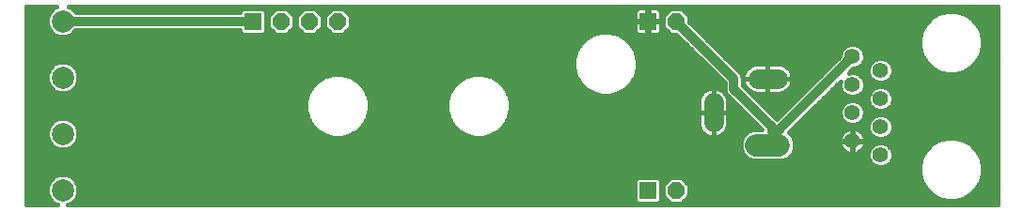
<source format=gtl>
G75*
%MOIN*%
%OFA0B0*%
%FSLAX24Y24*%
%IPPOS*%
%LPD*%
%AMOC8*
5,1,8,0,0,1.08239X$1,22.5*
%
%ADD10R,0.0600X0.0600*%
%ADD11OC8,0.0600*%
%ADD12C,0.0554*%
%ADD13C,0.0700*%
%ADD14C,0.0800*%
%ADD15C,0.0787*%
%ADD16C,0.0320*%
%ADD17C,0.0160*%
D10*
X008680Y007180D03*
X022680Y007180D03*
X022680Y001180D03*
D11*
X023680Y001180D03*
X023680Y007180D03*
X011680Y007180D03*
X010680Y007180D03*
X009680Y007180D03*
D12*
X029930Y005930D03*
X030930Y005430D03*
X029930Y004930D03*
X030930Y004430D03*
X029930Y003930D03*
X030930Y003430D03*
X029930Y002930D03*
X030930Y002430D03*
D13*
X025001Y003598D02*
X025001Y004298D01*
X026580Y005149D02*
X027280Y005149D01*
D14*
X027330Y002786D02*
X026530Y002786D01*
D15*
X001940Y003188D03*
X001940Y001188D03*
X001940Y005188D03*
X001940Y007188D03*
D16*
X001980Y007180D01*
X008680Y007180D01*
X023680Y007180D02*
X025730Y005130D01*
X025730Y004780D01*
X027080Y003430D01*
X027080Y003280D01*
X027180Y003180D01*
X029930Y005930D01*
X027180Y003180D02*
X026930Y002930D01*
X026930Y002830D01*
X026930Y002786D01*
D17*
X001749Y000668D02*
X000660Y000668D01*
X000660Y007700D01*
X001728Y007700D01*
X001626Y007658D01*
X001470Y007502D01*
X001386Y007298D01*
X001386Y007078D01*
X001470Y006875D01*
X001626Y006719D01*
X001830Y006635D01*
X002050Y006635D01*
X002253Y006719D01*
X002395Y006860D01*
X008220Y006860D01*
X008220Y006814D01*
X008314Y006720D01*
X009046Y006720D01*
X009140Y006814D01*
X009140Y007546D01*
X009046Y007640D01*
X008314Y007640D01*
X008220Y007546D01*
X008220Y007500D01*
X002410Y007500D01*
X002409Y007502D01*
X002253Y007658D01*
X002151Y007700D01*
X035070Y007700D01*
X035070Y000668D01*
X002130Y000668D01*
X002253Y000719D01*
X002409Y000875D01*
X002494Y001078D01*
X002494Y001298D01*
X002409Y001502D01*
X002253Y001658D01*
X002050Y001742D01*
X001830Y001742D01*
X001626Y001658D01*
X001470Y001502D01*
X001386Y001298D01*
X001386Y001078D01*
X001470Y000875D01*
X001626Y000719D01*
X001749Y000668D01*
X001531Y000814D02*
X000660Y000814D01*
X000660Y000973D02*
X001430Y000973D01*
X001386Y001131D02*
X000660Y001131D01*
X000660Y001290D02*
X001386Y001290D01*
X001448Y001448D02*
X000660Y001448D01*
X000660Y001607D02*
X001575Y001607D01*
X002305Y001607D02*
X022280Y001607D01*
X022314Y001640D02*
X022220Y001546D01*
X022220Y000814D01*
X002349Y000814D01*
X002450Y000973D02*
X022220Y000973D01*
X022220Y001131D02*
X002494Y001131D01*
X002494Y001290D02*
X022220Y001290D01*
X022220Y001448D02*
X002432Y001448D01*
X000660Y001765D02*
X032315Y001765D01*
X032310Y001783D02*
X032386Y001498D01*
X032534Y001242D01*
X032742Y001034D01*
X032998Y000886D01*
X033283Y000810D01*
X033577Y000810D01*
X033862Y000886D01*
X034118Y001034D01*
X034326Y001242D01*
X034474Y001498D01*
X034550Y001783D01*
X034550Y002077D01*
X034474Y002362D01*
X034326Y002618D01*
X034118Y002826D01*
X033862Y002974D01*
X033577Y003050D01*
X033283Y003050D01*
X032998Y002974D01*
X032742Y002826D01*
X032534Y002618D01*
X032386Y002362D01*
X032310Y002077D01*
X032310Y001783D01*
X032310Y001924D02*
X000660Y001924D01*
X000660Y002082D02*
X030660Y002082D01*
X030682Y002059D02*
X030843Y001993D01*
X031017Y001993D01*
X031178Y002059D01*
X031301Y002182D01*
X031367Y002343D01*
X031367Y002517D01*
X031301Y002678D01*
X031178Y002801D01*
X031017Y002867D01*
X030843Y002867D01*
X030682Y002801D01*
X030559Y002678D01*
X030493Y002517D01*
X030493Y002343D01*
X030559Y002182D01*
X030682Y002059D01*
X030535Y002241D02*
X027476Y002241D01*
X027441Y002226D02*
X027647Y002312D01*
X027805Y002469D01*
X027890Y002675D01*
X027890Y002898D01*
X027805Y003104D01*
X027680Y003228D01*
X029509Y005057D01*
X029493Y005017D01*
X029493Y004843D01*
X029559Y004682D01*
X029682Y004559D01*
X029843Y004493D01*
X030017Y004493D01*
X030178Y004559D01*
X030301Y004682D01*
X030367Y004843D01*
X030367Y005017D01*
X030301Y005178D01*
X030178Y005301D01*
X030017Y005367D01*
X029843Y005367D01*
X029803Y005351D01*
X029945Y005493D01*
X030017Y005493D01*
X030178Y005559D01*
X030301Y005682D01*
X030367Y005843D01*
X030367Y006017D01*
X030301Y006178D01*
X030178Y006301D01*
X030017Y006367D01*
X029843Y006367D01*
X029682Y006301D01*
X029559Y006178D01*
X029493Y006017D01*
X029493Y005945D01*
X027255Y003708D01*
X026050Y004913D01*
X026050Y005194D01*
X026001Y005311D01*
X025911Y005401D01*
X024140Y007173D01*
X024140Y007371D01*
X023871Y007640D01*
X023489Y007640D01*
X023220Y007371D01*
X023220Y006989D01*
X023489Y006720D01*
X023687Y006720D01*
X025410Y004997D01*
X025410Y004716D01*
X025459Y004599D01*
X026711Y003346D01*
X026419Y003346D01*
X026213Y003261D01*
X026055Y003104D01*
X025970Y002898D01*
X025970Y002675D01*
X026055Y002469D01*
X026213Y002312D01*
X026419Y002226D01*
X027441Y002226D01*
X027735Y002399D02*
X030493Y002399D01*
X030510Y002558D02*
X030195Y002558D01*
X030170Y002539D02*
X030228Y002581D01*
X030279Y002632D01*
X030321Y002690D01*
X030354Y002755D01*
X030376Y002823D01*
X030387Y002894D01*
X030387Y002921D01*
X029939Y002921D01*
X029939Y002939D01*
X029921Y002939D01*
X029921Y003387D01*
X029894Y003387D01*
X029823Y003376D01*
X029755Y003354D01*
X029690Y003321D01*
X029632Y003279D01*
X029581Y003228D01*
X029539Y003170D01*
X029506Y003105D01*
X029484Y003037D01*
X029473Y002966D01*
X029473Y002939D01*
X029921Y002939D01*
X029921Y002921D01*
X029473Y002921D01*
X029473Y002894D01*
X029484Y002823D01*
X029506Y002755D01*
X029539Y002690D01*
X029581Y002632D01*
X029632Y002581D01*
X029690Y002539D01*
X029755Y002506D01*
X029823Y002484D01*
X029894Y002473D01*
X029921Y002473D01*
X029921Y002921D01*
X029939Y002921D01*
X029939Y002473D01*
X029966Y002473D01*
X030037Y002484D01*
X030105Y002506D01*
X030170Y002539D01*
X029939Y002558D02*
X029921Y002558D01*
X029921Y002716D02*
X029939Y002716D01*
X029939Y002875D02*
X029921Y002875D01*
X029939Y002939D02*
X030387Y002939D01*
X030387Y002966D01*
X030376Y003037D01*
X030354Y003105D01*
X030321Y003170D01*
X030279Y003228D01*
X030228Y003279D01*
X030170Y003321D01*
X030105Y003354D01*
X030037Y003376D01*
X029966Y003387D01*
X029939Y003387D01*
X029939Y002939D01*
X029939Y003033D02*
X029921Y003033D01*
X029921Y003192D02*
X029939Y003192D01*
X029939Y003350D02*
X029921Y003350D01*
X029843Y003493D02*
X029682Y003559D01*
X029559Y003682D01*
X029493Y003843D01*
X029493Y004017D01*
X029559Y004178D01*
X029682Y004301D01*
X029843Y004367D01*
X030017Y004367D01*
X030178Y004301D01*
X030301Y004178D01*
X030367Y004017D01*
X030367Y003843D01*
X030301Y003682D01*
X030178Y003559D01*
X030017Y003493D01*
X029843Y003493D01*
X029805Y003509D02*
X027961Y003509D01*
X028120Y003667D02*
X029575Y003667D01*
X029500Y003826D02*
X028278Y003826D01*
X028437Y003984D02*
X029493Y003984D01*
X029545Y004143D02*
X028595Y004143D01*
X028754Y004301D02*
X029683Y004301D01*
X029624Y004618D02*
X029071Y004618D01*
X029229Y004777D02*
X029520Y004777D01*
X029493Y004935D02*
X029388Y004935D01*
X028799Y005252D02*
X027800Y005252D01*
X027797Y005273D02*
X027771Y005352D01*
X027733Y005426D01*
X027684Y005494D01*
X027625Y005553D01*
X027558Y005602D01*
X027483Y005640D01*
X027404Y005665D01*
X027322Y005679D01*
X026930Y005679D01*
X026538Y005679D01*
X026456Y005665D01*
X026377Y005640D01*
X026302Y005602D01*
X026235Y005553D01*
X026176Y005494D01*
X026127Y005426D01*
X026089Y005352D01*
X026063Y005273D01*
X026050Y005190D01*
X026050Y005149D01*
X026930Y005149D01*
X026930Y005679D01*
X026930Y005149D01*
X026930Y005149D01*
X027810Y005149D01*
X027810Y005190D01*
X027797Y005273D01*
X027810Y005148D02*
X026930Y005148D01*
X026930Y004619D01*
X027322Y004619D01*
X027404Y004632D01*
X027483Y004657D01*
X027558Y004695D01*
X027625Y004744D01*
X027684Y004803D01*
X027733Y004871D01*
X027771Y004945D01*
X027797Y005024D01*
X027810Y005107D01*
X027810Y005148D01*
X027808Y005094D02*
X028641Y005094D01*
X028482Y004935D02*
X027766Y004935D01*
X027658Y004777D02*
X028324Y004777D01*
X028165Y004618D02*
X026345Y004618D01*
X026377Y004657D02*
X026456Y004632D01*
X026538Y004619D01*
X026930Y004619D01*
X026930Y005148D01*
X026930Y005148D01*
X026930Y005149D01*
X026930Y005148D01*
X026050Y005148D01*
X026050Y005107D01*
X026063Y005024D01*
X026089Y004945D01*
X026127Y004871D01*
X026176Y004803D01*
X026235Y004744D01*
X026302Y004695D01*
X026377Y004657D01*
X026202Y004777D02*
X026186Y004777D01*
X026094Y004935D02*
X026050Y004935D01*
X026050Y005094D02*
X026052Y005094D01*
X026060Y005252D02*
X026026Y005252D01*
X026119Y005411D02*
X025902Y005411D01*
X025744Y005569D02*
X026257Y005569D01*
X026930Y005569D02*
X026930Y005569D01*
X026930Y005411D02*
X026930Y005411D01*
X026930Y005252D02*
X026930Y005252D01*
X026930Y005094D02*
X026930Y005094D01*
X026930Y004935D02*
X026930Y004935D01*
X026930Y004777D02*
X026930Y004777D01*
X026503Y004460D02*
X028007Y004460D01*
X027848Y004301D02*
X026662Y004301D01*
X026820Y004143D02*
X027690Y004143D01*
X027531Y003984D02*
X026979Y003984D01*
X027137Y003826D02*
X027373Y003826D01*
X026549Y003509D02*
X025523Y003509D01*
X025518Y003474D02*
X025531Y003556D01*
X025531Y003948D01*
X025531Y004339D01*
X025518Y004422D01*
X025492Y004501D01*
X025454Y004575D01*
X025405Y004643D01*
X025346Y004702D01*
X025279Y004751D01*
X025204Y004789D01*
X025125Y004815D01*
X025043Y004828D01*
X025001Y004828D01*
X025001Y003948D01*
X025001Y003948D01*
X025531Y003948D01*
X025001Y003948D01*
X025001Y003948D01*
X025001Y004828D01*
X024959Y004828D01*
X024877Y004815D01*
X024797Y004789D01*
X024723Y004751D01*
X024656Y004702D01*
X024597Y004643D01*
X024548Y004575D01*
X024510Y004501D01*
X024484Y004422D01*
X024471Y004339D01*
X024471Y003948D01*
X025001Y003948D01*
X025001Y003948D01*
X025001Y003068D01*
X025043Y003068D01*
X025125Y003081D01*
X025204Y003107D01*
X025279Y003144D01*
X025346Y003193D01*
X025405Y003252D01*
X025454Y003320D01*
X025492Y003394D01*
X025518Y003474D01*
X025469Y003350D02*
X026707Y003350D01*
X026390Y003667D02*
X025531Y003667D01*
X025531Y003826D02*
X026232Y003826D01*
X026073Y003984D02*
X025531Y003984D01*
X025531Y004143D02*
X025915Y004143D01*
X025756Y004301D02*
X025531Y004301D01*
X025506Y004460D02*
X025598Y004460D01*
X025451Y004618D02*
X025423Y004618D01*
X025410Y004777D02*
X025229Y004777D01*
X025001Y004777D02*
X025001Y004777D01*
X025001Y004618D02*
X025001Y004618D01*
X025001Y004460D02*
X025001Y004460D01*
X025001Y004301D02*
X025001Y004301D01*
X025001Y004143D02*
X025001Y004143D01*
X025001Y003984D02*
X025001Y003984D01*
X025001Y003948D02*
X024471Y003948D01*
X024471Y003556D01*
X024484Y003474D01*
X024510Y003394D01*
X024548Y003320D01*
X024597Y003252D01*
X024656Y003193D01*
X024723Y003144D01*
X024797Y003107D01*
X024877Y003081D01*
X024959Y003068D01*
X025001Y003068D01*
X025001Y003948D01*
X025001Y003948D01*
X025001Y003826D02*
X025001Y003826D01*
X025001Y003667D02*
X025001Y003667D01*
X025001Y003509D02*
X025001Y003509D01*
X025001Y003350D02*
X025001Y003350D01*
X025001Y003192D02*
X025001Y003192D01*
X025343Y003192D02*
X026143Y003192D01*
X026026Y003033D02*
X002475Y003033D01*
X002494Y003078D02*
X002409Y002875D01*
X002253Y002719D01*
X002050Y002635D01*
X001830Y002635D01*
X001626Y002719D01*
X001470Y002875D01*
X001386Y003078D01*
X001386Y003298D01*
X001470Y003502D01*
X001626Y003658D01*
X001830Y003742D01*
X002050Y003742D01*
X002253Y003658D01*
X002409Y003502D01*
X002494Y003298D01*
X002494Y003078D01*
X002494Y003192D02*
X011132Y003192D01*
X011244Y003127D02*
X011531Y003050D01*
X011829Y003050D01*
X012116Y003127D01*
X012374Y003276D01*
X012584Y003486D01*
X012733Y003744D01*
X012810Y004031D01*
X012810Y004329D01*
X012733Y004616D01*
X012584Y004874D01*
X012374Y005084D01*
X012116Y005233D01*
X011829Y005310D01*
X011531Y005310D01*
X011244Y005233D01*
X010986Y005084D01*
X010776Y004874D01*
X010627Y004616D01*
X010550Y004329D01*
X010550Y004031D01*
X010627Y003744D01*
X010776Y003486D01*
X010986Y003276D01*
X011244Y003127D01*
X010912Y003350D02*
X002472Y003350D01*
X002403Y003509D02*
X010763Y003509D01*
X010671Y003667D02*
X002231Y003667D01*
X001649Y003667D02*
X000660Y003667D01*
X000660Y003509D02*
X001477Y003509D01*
X001407Y003350D02*
X000660Y003350D01*
X000660Y003192D02*
X001386Y003192D01*
X001405Y003033D02*
X000660Y003033D01*
X000660Y002875D02*
X001471Y002875D01*
X001633Y002716D02*
X000660Y002716D01*
X000660Y002558D02*
X026019Y002558D01*
X025970Y002716D02*
X002246Y002716D01*
X002409Y002875D02*
X025970Y002875D01*
X026125Y002399D02*
X000660Y002399D01*
X000660Y002241D02*
X026384Y002241D01*
X027841Y002558D02*
X029665Y002558D01*
X029526Y002716D02*
X027890Y002716D01*
X027890Y002875D02*
X029476Y002875D01*
X029483Y003033D02*
X027834Y003033D01*
X027717Y003192D02*
X029555Y003192D01*
X029747Y003350D02*
X027803Y003350D01*
X030055Y003509D02*
X030493Y003509D01*
X030493Y003517D02*
X030493Y003343D01*
X030559Y003182D01*
X030682Y003059D01*
X030843Y002993D01*
X031017Y002993D01*
X031178Y003059D01*
X031301Y003182D01*
X031367Y003343D01*
X031367Y003517D01*
X031301Y003678D01*
X031178Y003801D01*
X031017Y003867D01*
X030843Y003867D01*
X030682Y003801D01*
X030559Y003678D01*
X030493Y003517D01*
X030555Y003667D02*
X030285Y003667D01*
X030360Y003826D02*
X030742Y003826D01*
X030843Y003993D02*
X031017Y003993D01*
X031178Y004059D01*
X031301Y004182D01*
X031367Y004343D01*
X031367Y004517D01*
X031301Y004678D01*
X031178Y004801D01*
X031017Y004867D01*
X030843Y004867D01*
X030682Y004801D01*
X030559Y004678D01*
X030493Y004517D01*
X030493Y004343D01*
X030559Y004182D01*
X030682Y004059D01*
X030843Y003993D01*
X030599Y004143D02*
X030315Y004143D01*
X030367Y003984D02*
X035070Y003984D01*
X035070Y003826D02*
X031118Y003826D01*
X031305Y003667D02*
X035070Y003667D01*
X035070Y003509D02*
X031367Y003509D01*
X031367Y003350D02*
X035070Y003350D01*
X035070Y003192D02*
X031304Y003192D01*
X031114Y003033D02*
X033219Y003033D01*
X033641Y003033D02*
X035070Y003033D01*
X035070Y002875D02*
X034034Y002875D01*
X034228Y002716D02*
X035070Y002716D01*
X035070Y002558D02*
X034361Y002558D01*
X034452Y002399D02*
X035070Y002399D01*
X035070Y002241D02*
X034506Y002241D01*
X034549Y002082D02*
X035070Y002082D01*
X035070Y001924D02*
X034550Y001924D01*
X034545Y001765D02*
X035070Y001765D01*
X035070Y001607D02*
X034503Y001607D01*
X034445Y001448D02*
X035070Y001448D01*
X035070Y001290D02*
X034353Y001290D01*
X034215Y001131D02*
X035070Y001131D01*
X035070Y000973D02*
X034012Y000973D01*
X033592Y000814D02*
X035070Y000814D01*
X033268Y000814D02*
X023965Y000814D01*
X023871Y000720D02*
X023489Y000720D01*
X023220Y000989D01*
X023220Y001371D01*
X023489Y001640D01*
X023871Y001640D01*
X024140Y001371D01*
X024140Y000989D01*
X023871Y000720D01*
X023395Y000814D02*
X023140Y000814D01*
X023140Y001546D01*
X023046Y001640D01*
X022314Y001640D01*
X023080Y001607D02*
X023456Y001607D01*
X023297Y001448D02*
X023140Y001448D01*
X023140Y001290D02*
X023220Y001290D01*
X023220Y001131D02*
X023140Y001131D01*
X023140Y000973D02*
X023237Y000973D01*
X023140Y000814D02*
X023046Y000720D01*
X022314Y000720D01*
X022220Y000814D01*
X023904Y001607D02*
X032357Y001607D01*
X032415Y001448D02*
X024063Y001448D01*
X024140Y001290D02*
X032507Y001290D01*
X032645Y001131D02*
X024140Y001131D01*
X024123Y000973D02*
X032848Y000973D01*
X032311Y002082D02*
X031200Y002082D01*
X031325Y002241D02*
X032354Y002241D01*
X032408Y002399D02*
X031367Y002399D01*
X031350Y002558D02*
X032499Y002558D01*
X032632Y002716D02*
X031262Y002716D01*
X030746Y003033D02*
X030377Y003033D01*
X030384Y002875D02*
X032826Y002875D01*
X030598Y002716D02*
X030334Y002716D01*
X030305Y003192D02*
X030556Y003192D01*
X030493Y003350D02*
X030113Y003350D01*
X031261Y004143D02*
X035070Y004143D01*
X035070Y004301D02*
X031350Y004301D01*
X031367Y004460D02*
X035070Y004460D01*
X035070Y004618D02*
X031325Y004618D01*
X031202Y004777D02*
X035070Y004777D01*
X035070Y004935D02*
X030367Y004935D01*
X030340Y004777D02*
X030658Y004777D01*
X030535Y004618D02*
X030236Y004618D01*
X030493Y004460D02*
X028912Y004460D01*
X030177Y004301D02*
X030510Y004301D01*
X030843Y004993D02*
X030682Y005059D01*
X030559Y005182D01*
X030493Y005343D01*
X030493Y005517D01*
X030559Y005678D01*
X030682Y005801D01*
X030843Y005867D01*
X031017Y005867D01*
X031178Y005801D01*
X031301Y005678D01*
X031367Y005517D01*
X031367Y005343D01*
X031301Y005182D01*
X031178Y005059D01*
X031017Y004993D01*
X030843Y004993D01*
X030648Y005094D02*
X030335Y005094D01*
X030226Y005252D02*
X030531Y005252D01*
X030493Y005411D02*
X029863Y005411D01*
X030187Y005569D02*
X030514Y005569D01*
X030609Y005728D02*
X030319Y005728D01*
X030367Y005886D02*
X032451Y005886D01*
X032386Y005998D02*
X032534Y005742D01*
X032742Y005534D01*
X032998Y005386D01*
X033283Y005310D01*
X033577Y005310D01*
X033862Y005386D01*
X034118Y005534D01*
X034326Y005742D01*
X034474Y005998D01*
X034550Y006283D01*
X034550Y006577D01*
X034474Y006862D01*
X034326Y007118D01*
X034118Y007326D01*
X033862Y007474D01*
X033577Y007550D01*
X033283Y007550D01*
X032998Y007474D01*
X032742Y007326D01*
X032534Y007118D01*
X032386Y006862D01*
X032310Y006577D01*
X032310Y006283D01*
X032386Y005998D01*
X032374Y006045D02*
X030356Y006045D01*
X030275Y006203D02*
X032331Y006203D01*
X032310Y006362D02*
X030031Y006362D01*
X029829Y006362D02*
X024951Y006362D01*
X024793Y006520D02*
X032310Y006520D01*
X032337Y006679D02*
X024634Y006679D01*
X024476Y006837D02*
X032380Y006837D01*
X032463Y006996D02*
X024317Y006996D01*
X024159Y007154D02*
X032570Y007154D01*
X032729Y007313D02*
X024140Y007313D01*
X024040Y007471D02*
X032993Y007471D01*
X033867Y007471D02*
X035070Y007471D01*
X035070Y007313D02*
X034131Y007313D01*
X034290Y007154D02*
X035070Y007154D01*
X035070Y006996D02*
X034397Y006996D01*
X034480Y006837D02*
X035070Y006837D01*
X035070Y006679D02*
X034523Y006679D01*
X034550Y006520D02*
X035070Y006520D01*
X035070Y006362D02*
X034550Y006362D01*
X034529Y006203D02*
X035070Y006203D01*
X035070Y006045D02*
X034486Y006045D01*
X034409Y005886D02*
X035070Y005886D01*
X035070Y005728D02*
X034311Y005728D01*
X034153Y005569D02*
X035070Y005569D01*
X035070Y005411D02*
X033904Y005411D01*
X032956Y005411D02*
X031367Y005411D01*
X031346Y005569D02*
X032707Y005569D01*
X032549Y005728D02*
X031251Y005728D01*
X031329Y005252D02*
X035070Y005252D01*
X035070Y005094D02*
X031212Y005094D01*
X029433Y005886D02*
X025427Y005886D01*
X025585Y005728D02*
X029275Y005728D01*
X029116Y005569D02*
X027603Y005569D01*
X027741Y005411D02*
X028958Y005411D01*
X029504Y006045D02*
X025268Y006045D01*
X025110Y006203D02*
X029585Y006203D01*
X025410Y004935D02*
X022033Y004935D01*
X022084Y004986D02*
X021874Y004776D01*
X021616Y004627D01*
X021329Y004550D01*
X021031Y004550D01*
X020744Y004627D01*
X020486Y004776D01*
X020276Y004986D01*
X020127Y005244D01*
X020050Y005531D01*
X020050Y005829D01*
X020127Y006116D01*
X020276Y006374D01*
X020486Y006584D01*
X020744Y006733D01*
X021031Y006810D01*
X021329Y006810D01*
X021616Y006733D01*
X021874Y006584D01*
X022084Y006374D01*
X022233Y006116D01*
X022310Y005829D01*
X022310Y005531D01*
X022233Y005244D01*
X022084Y004986D01*
X022146Y005094D02*
X025314Y005094D01*
X025155Y005252D02*
X022235Y005252D01*
X022278Y005411D02*
X024997Y005411D01*
X024838Y005569D02*
X022310Y005569D01*
X022310Y005728D02*
X024680Y005728D01*
X024521Y005886D02*
X022295Y005886D01*
X022252Y006045D02*
X024363Y006045D01*
X024204Y006203D02*
X022183Y006203D01*
X022091Y006362D02*
X024046Y006362D01*
X023887Y006520D02*
X021938Y006520D01*
X021711Y006679D02*
X023729Y006679D01*
X023372Y006837D02*
X023155Y006837D01*
X023160Y006856D02*
X023160Y007160D01*
X022700Y007160D01*
X022700Y007200D01*
X022660Y007200D01*
X022660Y007660D01*
X022356Y007660D01*
X022311Y007648D01*
X022269Y007624D01*
X022236Y007591D01*
X022212Y007549D01*
X022200Y007504D01*
X022200Y007200D01*
X022660Y007200D01*
X022660Y007160D01*
X022700Y007160D01*
X022700Y006700D01*
X023004Y006700D01*
X023049Y006712D01*
X023091Y006736D01*
X023124Y006769D01*
X023148Y006811D01*
X023160Y006856D01*
X023160Y006996D02*
X023220Y006996D01*
X023220Y007154D02*
X023160Y007154D01*
X023160Y007200D02*
X023160Y007504D01*
X023148Y007549D01*
X023124Y007591D01*
X023091Y007624D01*
X023049Y007648D01*
X023004Y007660D01*
X022700Y007660D01*
X022700Y007200D01*
X023160Y007200D01*
X023160Y007313D02*
X023220Y007313D01*
X023160Y007471D02*
X023320Y007471D01*
X023479Y007630D02*
X023081Y007630D01*
X022700Y007630D02*
X022660Y007630D01*
X022660Y007471D02*
X022700Y007471D01*
X022700Y007313D02*
X022660Y007313D01*
X022660Y007160D02*
X022200Y007160D01*
X022200Y006856D01*
X022212Y006811D01*
X022236Y006769D01*
X022269Y006736D01*
X022311Y006712D01*
X022356Y006700D01*
X022660Y006700D01*
X022660Y007160D01*
X022660Y007154D02*
X022700Y007154D01*
X022700Y006996D02*
X022660Y006996D01*
X022660Y006837D02*
X022700Y006837D01*
X022205Y006837D02*
X011988Y006837D01*
X011871Y006720D02*
X012140Y006989D01*
X012140Y007371D01*
X011871Y007640D01*
X011489Y007640D01*
X011220Y007371D01*
X011220Y006989D01*
X011489Y006720D01*
X011871Y006720D01*
X012140Y006996D02*
X022200Y006996D01*
X022200Y007154D02*
X012140Y007154D01*
X012140Y007313D02*
X022200Y007313D01*
X022200Y007471D02*
X012040Y007471D01*
X011881Y007630D02*
X022279Y007630D01*
X023881Y007630D02*
X035070Y007630D01*
X024773Y004777D02*
X021875Y004777D01*
X021583Y004618D02*
X024578Y004618D01*
X024496Y004460D02*
X017775Y004460D01*
X017810Y004329D02*
X017733Y004616D01*
X017584Y004874D01*
X017374Y005084D01*
X017116Y005233D01*
X016829Y005310D01*
X016531Y005310D01*
X016244Y005233D01*
X015986Y005084D01*
X015776Y004874D01*
X015627Y004616D01*
X015550Y004329D01*
X015550Y004031D01*
X015627Y003744D01*
X015776Y003486D01*
X015986Y003276D01*
X016244Y003127D01*
X016531Y003050D01*
X016829Y003050D01*
X017116Y003127D01*
X017374Y003276D01*
X017584Y003486D01*
X017733Y003744D01*
X017810Y004031D01*
X017810Y004329D01*
X017810Y004301D02*
X024471Y004301D01*
X024471Y004143D02*
X017810Y004143D01*
X017797Y003984D02*
X024471Y003984D01*
X024471Y003826D02*
X017755Y003826D01*
X017689Y003667D02*
X024471Y003667D01*
X024478Y003509D02*
X017597Y003509D01*
X017448Y003350D02*
X024532Y003350D01*
X024658Y003192D02*
X017228Y003192D01*
X016132Y003192D02*
X012228Y003192D01*
X012448Y003350D02*
X015912Y003350D01*
X015763Y003509D02*
X012597Y003509D01*
X012689Y003667D02*
X015671Y003667D01*
X015605Y003826D02*
X012755Y003826D01*
X012797Y003984D02*
X015563Y003984D01*
X015550Y004143D02*
X012810Y004143D01*
X012810Y004301D02*
X015550Y004301D01*
X015585Y004460D02*
X012775Y004460D01*
X012732Y004618D02*
X015628Y004618D01*
X015720Y004777D02*
X012640Y004777D01*
X012523Y004935D02*
X015837Y004935D01*
X016002Y005094D02*
X012358Y005094D01*
X012045Y005252D02*
X016315Y005252D01*
X017045Y005252D02*
X020125Y005252D01*
X020082Y005411D02*
X002447Y005411D01*
X002409Y005502D02*
X002494Y005298D01*
X002494Y005078D01*
X002409Y004875D01*
X002253Y004719D01*
X002050Y004635D01*
X001830Y004635D01*
X001626Y004719D01*
X001470Y004875D01*
X001386Y005078D01*
X001386Y005298D01*
X001470Y005502D01*
X001626Y005658D01*
X001830Y005742D01*
X002050Y005742D01*
X002253Y005658D01*
X002409Y005502D01*
X002342Y005569D02*
X020050Y005569D01*
X020050Y005728D02*
X002085Y005728D01*
X001795Y005728D02*
X000660Y005728D01*
X000660Y005886D02*
X020065Y005886D01*
X020108Y006045D02*
X000660Y006045D01*
X000660Y006203D02*
X020177Y006203D01*
X020269Y006362D02*
X000660Y006362D01*
X000660Y006520D02*
X020422Y006520D01*
X020649Y006679D02*
X002156Y006679D01*
X002372Y006837D02*
X008220Y006837D01*
X009140Y006837D02*
X009372Y006837D01*
X009489Y006720D02*
X009871Y006720D01*
X010140Y006989D01*
X010140Y007371D01*
X009871Y007640D01*
X009489Y007640D01*
X009220Y007371D01*
X009220Y006989D01*
X009489Y006720D01*
X009988Y006837D02*
X010372Y006837D01*
X010489Y006720D02*
X010220Y006989D01*
X010220Y007371D01*
X010489Y007640D01*
X010871Y007640D01*
X011140Y007371D01*
X011140Y006989D01*
X010871Y006720D01*
X010489Y006720D01*
X010988Y006837D02*
X011372Y006837D01*
X011220Y006996D02*
X011140Y006996D01*
X011140Y007154D02*
X011220Y007154D01*
X011220Y007313D02*
X011140Y007313D01*
X011040Y007471D02*
X011320Y007471D01*
X011479Y007630D02*
X010881Y007630D01*
X010479Y007630D02*
X009881Y007630D01*
X010040Y007471D02*
X010320Y007471D01*
X010220Y007313D02*
X010140Y007313D01*
X010140Y007154D02*
X010220Y007154D01*
X010220Y006996D02*
X010140Y006996D01*
X009220Y006996D02*
X009140Y006996D01*
X009140Y007154D02*
X009220Y007154D01*
X009220Y007313D02*
X009140Y007313D01*
X009140Y007471D02*
X009320Y007471D01*
X009479Y007630D02*
X009057Y007630D01*
X008303Y007630D02*
X002282Y007630D01*
X001598Y007630D02*
X000660Y007630D01*
X000660Y007471D02*
X001458Y007471D01*
X001392Y007313D02*
X000660Y007313D01*
X000660Y007154D02*
X001386Y007154D01*
X001420Y006996D02*
X000660Y006996D01*
X000660Y006837D02*
X001508Y006837D01*
X001724Y006679D02*
X000660Y006679D01*
X000660Y005569D02*
X001537Y005569D01*
X001433Y005411D02*
X000660Y005411D01*
X000660Y005252D02*
X001386Y005252D01*
X001386Y005094D02*
X000660Y005094D01*
X000660Y004935D02*
X001445Y004935D01*
X001569Y004777D02*
X000660Y004777D01*
X000660Y004618D02*
X010628Y004618D01*
X010585Y004460D02*
X000660Y004460D01*
X000660Y004301D02*
X010550Y004301D01*
X010550Y004143D02*
X000660Y004143D01*
X000660Y003984D02*
X010563Y003984D01*
X010605Y003826D02*
X000660Y003826D01*
X002311Y004777D02*
X010720Y004777D01*
X010837Y004935D02*
X002434Y004935D01*
X002494Y005094D02*
X011002Y005094D01*
X011315Y005252D02*
X002494Y005252D01*
X017358Y005094D02*
X020214Y005094D01*
X020327Y004935D02*
X017523Y004935D01*
X017640Y004777D02*
X020485Y004777D01*
X020777Y004618D02*
X017732Y004618D01*
M02*

</source>
